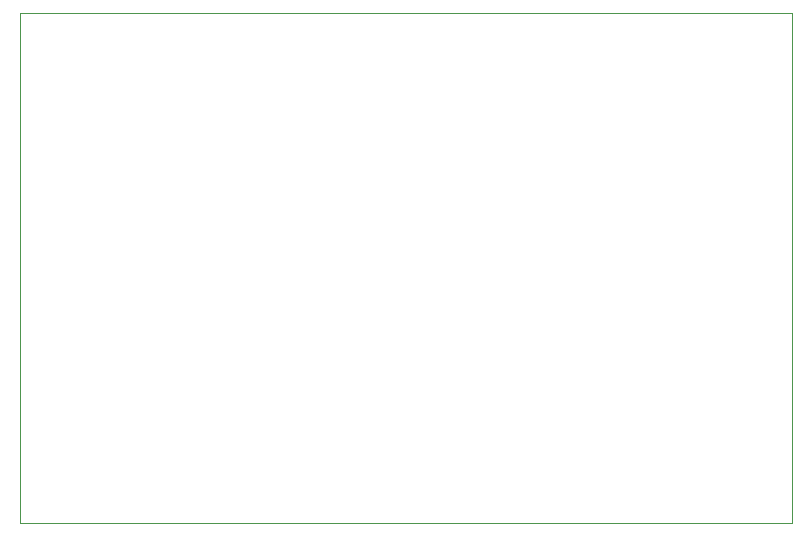
<source format=gbr>
%TF.GenerationSoftware,KiCad,Pcbnew,8.0.3*%
%TF.CreationDate,2025-01-13T10:43:54-08:00*%
%TF.ProjectId,Stereo_VGA,53746572-656f-45f5-9647-412e6b696361,rev?*%
%TF.SameCoordinates,Original*%
%TF.FileFunction,Profile,NP*%
%FSLAX46Y46*%
G04 Gerber Fmt 4.6, Leading zero omitted, Abs format (unit mm)*
G04 Created by KiCad (PCBNEW 8.0.3) date 2025-01-13 10:43:54*
%MOMM*%
%LPD*%
G01*
G04 APERTURE LIST*
%TA.AperFunction,Profile*%
%ADD10C,0.050000*%
%TD*%
G04 APERTURE END LIST*
D10*
X77470000Y-77470000D02*
X142850000Y-77470000D01*
X142850000Y-120650000D01*
X77470000Y-120650000D01*
X77470000Y-77470000D01*
M02*

</source>
